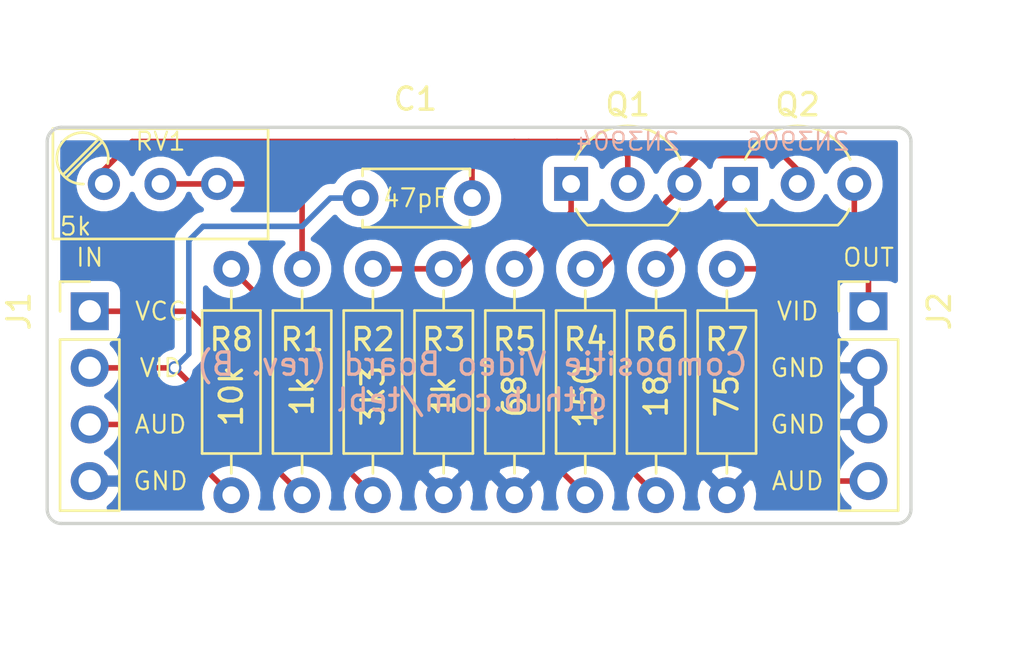
<source format=kicad_pcb>
(kicad_pcb (version 20171130) (host pcbnew "(5.1.8)-1")

  (general
    (thickness 1.6)
    (drawings 19)
    (tracks 60)
    (zones 0)
    (modules 14)
    (nets 12)
  )

  (page A4)
  (layers
    (0 F.Cu signal)
    (31 B.Cu signal)
    (32 B.Adhes user)
    (33 F.Adhes user)
    (34 B.Paste user)
    (35 F.Paste user)
    (36 B.SilkS user)
    (37 F.SilkS user)
    (38 B.Mask user)
    (39 F.Mask user)
    (40 Dwgs.User user)
    (41 Cmts.User user)
    (42 Eco1.User user)
    (43 Eco2.User user)
    (44 Edge.Cuts user)
    (45 Margin user)
    (46 B.CrtYd user)
    (47 F.CrtYd user)
    (48 B.Fab user)
    (49 F.Fab user)
  )

  (setup
    (last_trace_width 0.25)
    (trace_clearance 0.2)
    (zone_clearance 0.508)
    (zone_45_only no)
    (trace_min 0.2)
    (via_size 0.6)
    (via_drill 0.4)
    (via_min_size 0.4)
    (via_min_drill 0.3)
    (uvia_size 0.3)
    (uvia_drill 0.1)
    (uvias_allowed no)
    (uvia_min_size 0.2)
    (uvia_min_drill 0.1)
    (edge_width 0.15)
    (segment_width 0.2)
    (pcb_text_width 0.3)
    (pcb_text_size 1.5 1.5)
    (mod_edge_width 0.15)
    (mod_text_size 1 1)
    (mod_text_width 0.15)
    (pad_size 1.524 1.524)
    (pad_drill 0.762)
    (pad_to_mask_clearance 0)
    (aux_axis_origin 0 0)
    (visible_elements 7FFFFFFF)
    (pcbplotparams
      (layerselection 0x011fc_ffffffff)
      (usegerberextensions true)
      (usegerberattributes true)
      (usegerberadvancedattributes true)
      (creategerberjobfile true)
      (excludeedgelayer true)
      (linewidth 0.100000)
      (plotframeref false)
      (viasonmask false)
      (mode 1)
      (useauxorigin false)
      (hpglpennumber 1)
      (hpglpenspeed 20)
      (hpglpendiameter 15.000000)
      (psnegative false)
      (psa4output false)
      (plotreference true)
      (plotvalue true)
      (plotinvisibletext false)
      (padsonsilk false)
      (subtractmaskfromsilk false)
      (outputformat 1)
      (mirror false)
      (drillshape 0)
      (scaleselection 1)
      (outputdirectory "export/"))
  )

  (net 0 "")
  (net 1 "Net-(C1-Pad1)")
  (net 2 /VID_IN)
  (net 3 GND)
  (net 4 /AUD_IN)
  (net 5 VCC)
  (net 6 /VID_OUT)
  (net 7 /AUD_OUT)
  (net 8 "Net-(Q1-Pad2)")
  (net 9 "Net-(Q1-Pad3)")
  (net 10 "Net-(Q1-Pad1)")
  (net 11 "Net-(Q2-Pad1)")

  (net_class Default "This is the default net class."
    (clearance 0.2)
    (trace_width 0.25)
    (via_dia 0.6)
    (via_drill 0.4)
    (uvia_dia 0.3)
    (uvia_drill 0.1)
    (add_net /AUD_IN)
    (add_net /AUD_OUT)
    (add_net /VID_IN)
    (add_net /VID_OUT)
    (add_net GND)
    (add_net "Net-(C1-Pad1)")
    (add_net "Net-(Q1-Pad1)")
    (add_net "Net-(Q1-Pad2)")
    (add_net "Net-(Q1-Pad3)")
    (add_net "Net-(Q2-Pad1)")
    (add_net VCC)
  )

  (module Resistors_THT:R_Axial_DIN0207_L6.3mm_D2.5mm_P10.16mm_Horizontal (layer F.Cu) (tedit 5C65733C) (tstamp 5C1257EF)
    (at 150.495 135.255 90)
    (descr "Resistor, Axial_DIN0207 series, Axial, Horizontal, pin pitch=10.16mm, 0.25W = 1/4W, length*diameter=6.3*2.5mm^2, http://cdn-reichelt.de/documents/datenblatt/B400/1_4W%23YAG.pdf")
    (tags "Resistor Axial_DIN0207 series Axial Horizontal pin pitch 10.16mm 0.25W = 1/4W length 6.3mm diameter 2.5mm")
    (path /5C1249E5)
    (fp_text reference R3 (at 6.985 0 180) (layer F.SilkS)
      (effects (font (size 1 1) (thickness 0.15)))
    )
    (fp_text value 1k (at 4.445 0 90) (layer F.SilkS)
      (effects (font (size 1 1) (thickness 0.15)))
    )
    (fp_line (start 11.25 -1.6) (end -1.05 -1.6) (layer F.CrtYd) (width 0.05))
    (fp_line (start 11.25 1.6) (end 11.25 -1.6) (layer F.CrtYd) (width 0.05))
    (fp_line (start -1.05 1.6) (end 11.25 1.6) (layer F.CrtYd) (width 0.05))
    (fp_line (start -1.05 -1.6) (end -1.05 1.6) (layer F.CrtYd) (width 0.05))
    (fp_line (start 9.18 0) (end 8.29 0) (layer F.SilkS) (width 0.12))
    (fp_line (start 0.98 0) (end 1.87 0) (layer F.SilkS) (width 0.12))
    (fp_line (start 8.29 -1.31) (end 1.87 -1.31) (layer F.SilkS) (width 0.12))
    (fp_line (start 8.29 1.31) (end 8.29 -1.31) (layer F.SilkS) (width 0.12))
    (fp_line (start 1.87 1.31) (end 8.29 1.31) (layer F.SilkS) (width 0.12))
    (fp_line (start 1.87 -1.31) (end 1.87 1.31) (layer F.SilkS) (width 0.12))
    (fp_line (start 10.16 0) (end 8.23 0) (layer F.Fab) (width 0.1))
    (fp_line (start 0 0) (end 1.93 0) (layer F.Fab) (width 0.1))
    (fp_line (start 8.23 -1.25) (end 1.93 -1.25) (layer F.Fab) (width 0.1))
    (fp_line (start 8.23 1.25) (end 8.23 -1.25) (layer F.Fab) (width 0.1))
    (fp_line (start 1.93 1.25) (end 8.23 1.25) (layer F.Fab) (width 0.1))
    (fp_line (start 1.93 -1.25) (end 1.93 1.25) (layer F.Fab) (width 0.1))
    (pad 1 thru_hole circle (at 0 0 90) (size 1.6 1.6) (drill 0.8) (layers *.Cu *.Mask)
      (net 3 GND))
    (pad 2 thru_hole oval (at 10.16 0 90) (size 1.6 1.6) (drill 0.8) (layers *.Cu *.Mask)
      (net 8 "Net-(Q1-Pad2)"))
    (model ${KISYS3DMOD}/Resistors_THT.3dshapes/R_Axial_DIN0207_L6.3mm_D2.5mm_P10.16mm_Horizontal.wrl
      (at (xyz 0 0 0))
      (scale (xyz 0.393701 0.393701 0.393701))
      (rotate (xyz 0 0 0))
    )
  )

  (module Potentiometers:Potentiometer_Trimmer_Bourns_3296W (layer F.Cu) (tedit 5C1288B6) (tstamp 5C125877)
    (at 135.255 121.285 180)
    (descr "Spindle Trimmer Potentiometer, Bourns 3296W, https://www.bourns.com/pdfs/3296.pdf")
    (tags "Spindle Trimmer Potentiometer   Bourns 3296W")
    (path /5C1248A3)
    (fp_text reference RV1 (at -2.54 1.905 180) (layer F.SilkS)
      (effects (font (size 0.8 0.8) (thickness 0.1)))
    )
    (fp_text value 5k (at 1.27 -1.905 180) (layer F.SilkS)
      (effects (font (size 0.8 0.8) (thickness 0.1)))
    )
    (fp_line (start 2.5 -2.7) (end -7.6 -2.7) (layer F.CrtYd) (width 0.05))
    (fp_line (start 2.5 2.7) (end 2.5 -2.7) (layer F.CrtYd) (width 0.05))
    (fp_line (start -7.6 2.7) (end 2.5 2.7) (layer F.CrtYd) (width 0.05))
    (fp_line (start -7.6 -2.7) (end -7.6 2.7) (layer F.CrtYd) (width 0.05))
    (fp_line (start 1.691 0.275) (end 0.079 1.885) (layer F.SilkS) (width 0.12))
    (fp_line (start 1.831 0.416) (end 0.22 2.026) (layer F.SilkS) (width 0.12))
    (fp_line (start 2.285 -2.47) (end 2.285 2.481) (layer F.SilkS) (width 0.12))
    (fp_line (start -7.365 -2.47) (end -7.365 2.481) (layer F.SilkS) (width 0.12))
    (fp_line (start -7.365 2.481) (end 2.285 2.481) (layer F.SilkS) (width 0.12))
    (fp_line (start -7.365 -2.47) (end 2.285 -2.47) (layer F.SilkS) (width 0.12))
    (fp_line (start 1.652 0.32) (end 0.125 1.847) (layer F.Fab) (width 0.1))
    (fp_line (start 1.786 0.454) (end 0.259 1.981) (layer F.Fab) (width 0.1))
    (fp_line (start 2.225 -2.41) (end -7.305 -2.41) (layer F.Fab) (width 0.1))
    (fp_line (start 2.225 2.42) (end 2.225 -2.41) (layer F.Fab) (width 0.1))
    (fp_line (start -7.305 2.42) (end 2.225 2.42) (layer F.Fab) (width 0.1))
    (fp_line (start -7.305 -2.41) (end -7.305 2.42) (layer F.Fab) (width 0.1))
    (fp_circle (center 0.955 1.15) (end 2.05 1.15) (layer F.Fab) (width 0.1))
    (fp_arc (start 0.955 1.15) (end 0.955 2.305) (angle -182) (layer F.SilkS) (width 0.12))
    (fp_arc (start 0.955 1.15) (end -0.174 0.91) (angle -103) (layer F.SilkS) (width 0.12))
    (pad 1 thru_hole circle (at 0 0 180) (size 1.44 1.44) (drill 0.8) (layers *.Cu *.Mask)
      (net 8 "Net-(Q1-Pad2)"))
    (pad 2 thru_hole circle (at -2.54 0 180) (size 1.44 1.44) (drill 0.8) (layers *.Cu *.Mask)
      (net 1 "Net-(C1-Pad1)"))
    (pad 3 thru_hole circle (at -5.08 0 180) (size 1.44 1.44) (drill 0.8) (layers *.Cu *.Mask)
      (net 1 "Net-(C1-Pad1)"))
    (model Potentiometers.3dshapes/Potentiometer_Trimmer_Bourns_3296W.wrl
      (at (xyz 0 0 0))
      (scale (xyz 1 1 1))
      (rotate (xyz 0 0 -90))
    )
  )

  (module Capacitors_THT:C_Disc_D4.7mm_W2.5mm_P5.00mm (layer F.Cu) (tedit 5C1288E1) (tstamp 60184D2D)
    (at 151.765 121.92 180)
    (descr "C, Disc series, Radial, pin pitch=5.00mm, , diameter*width=4.7*2.5mm^2, Capacitor, http://www.vishay.com/docs/45233/krseries.pdf")
    (tags "C Disc series Radial pin pitch 5.00mm  diameter 4.7mm width 2.5mm Capacitor")
    (path /5C1247A9)
    (fp_text reference C1 (at 2.54 4.445 180) (layer F.SilkS)
      (effects (font (size 1 1) (thickness 0.15)))
    )
    (fp_text value 47pF (at 2.54 0 180) (layer F.SilkS)
      (effects (font (size 0.8 0.8) (thickness 0.1)))
    )
    (fp_line (start 6.05 -1.6) (end -1.05 -1.6) (layer F.CrtYd) (width 0.05))
    (fp_line (start 6.05 1.6) (end 6.05 -1.6) (layer F.CrtYd) (width 0.05))
    (fp_line (start -1.05 1.6) (end 6.05 1.6) (layer F.CrtYd) (width 0.05))
    (fp_line (start -1.05 -1.6) (end -1.05 1.6) (layer F.CrtYd) (width 0.05))
    (fp_line (start 4.91 0.996) (end 4.91 1.31) (layer F.SilkS) (width 0.12))
    (fp_line (start 4.91 -1.31) (end 4.91 -0.996) (layer F.SilkS) (width 0.12))
    (fp_line (start 0.09 0.996) (end 0.09 1.31) (layer F.SilkS) (width 0.12))
    (fp_line (start 0.09 -1.31) (end 0.09 -0.996) (layer F.SilkS) (width 0.12))
    (fp_line (start 0.09 1.31) (end 4.91 1.31) (layer F.SilkS) (width 0.12))
    (fp_line (start 0.09 -1.31) (end 4.91 -1.31) (layer F.SilkS) (width 0.12))
    (fp_line (start 4.85 -1.25) (end 0.15 -1.25) (layer F.Fab) (width 0.1))
    (fp_line (start 4.85 1.25) (end 4.85 -1.25) (layer F.Fab) (width 0.1))
    (fp_line (start 0.15 1.25) (end 4.85 1.25) (layer F.Fab) (width 0.1))
    (fp_line (start 0.15 -1.25) (end 0.15 1.25) (layer F.Fab) (width 0.1))
    (fp_text user %R (at 2.54 4.445 180) (layer F.Fab)
      (effects (font (size 1 1) (thickness 0.15)))
    )
    (pad 1 thru_hole circle (at 0 0 180) (size 1.6 1.6) (drill 0.8) (layers *.Cu *.Mask)
      (net 1 "Net-(C1-Pad1)"))
    (pad 2 thru_hole circle (at 5 0 180) (size 1.6 1.6) (drill 0.8) (layers *.Cu *.Mask)
      (net 2 /VID_IN))
    (model ${KISYS3DMOD}/Capacitors_THT.3dshapes/C_Disc_D4.7mm_W2.5mm_P5.00mm.wrl
      (at (xyz 0 0 0))
      (scale (xyz 1 1 1))
      (rotate (xyz 0 0 0))
    )
  )

  (module Pin_Headers:Pin_Header_Straight_1x04_Pitch2.54mm (layer F.Cu) (tedit 5C126501) (tstamp 60184BE9)
    (at 169.545 127)
    (descr "Through hole straight pin header, 1x04, 2.54mm pitch, single row")
    (tags "Through hole pin header THT 1x04 2.54mm single row")
    (path /5C1265F4)
    (fp_text reference J2 (at 3.175 0 270) (layer F.SilkS)
      (effects (font (size 1 1) (thickness 0.15)))
    )
    (fp_text value Output (at 2.54 3.81 90) (layer F.Fab)
      (effects (font (size 1 1) (thickness 0.15)))
    )
    (fp_line (start 1.8 -1.8) (end -1.8 -1.8) (layer F.CrtYd) (width 0.05))
    (fp_line (start 1.8 9.4) (end 1.8 -1.8) (layer F.CrtYd) (width 0.05))
    (fp_line (start -1.8 9.4) (end 1.8 9.4) (layer F.CrtYd) (width 0.05))
    (fp_line (start -1.8 -1.8) (end -1.8 9.4) (layer F.CrtYd) (width 0.05))
    (fp_line (start -1.33 -1.33) (end 0 -1.33) (layer F.SilkS) (width 0.12))
    (fp_line (start -1.33 0) (end -1.33 -1.33) (layer F.SilkS) (width 0.12))
    (fp_line (start -1.33 1.27) (end 1.33 1.27) (layer F.SilkS) (width 0.12))
    (fp_line (start 1.33 1.27) (end 1.33 8.95) (layer F.SilkS) (width 0.12))
    (fp_line (start -1.33 1.27) (end -1.33 8.95) (layer F.SilkS) (width 0.12))
    (fp_line (start -1.33 8.95) (end 1.33 8.95) (layer F.SilkS) (width 0.12))
    (fp_line (start -1.27 -0.635) (end -0.635 -1.27) (layer F.Fab) (width 0.1))
    (fp_line (start -1.27 8.89) (end -1.27 -0.635) (layer F.Fab) (width 0.1))
    (fp_line (start 1.27 8.89) (end -1.27 8.89) (layer F.Fab) (width 0.1))
    (fp_line (start 1.27 -1.27) (end 1.27 8.89) (layer F.Fab) (width 0.1))
    (fp_line (start -0.635 -1.27) (end 1.27 -1.27) (layer F.Fab) (width 0.1))
    (fp_text user %R (at 2.54 0 270) (layer F.Fab)
      (effects (font (size 1 1) (thickness 0.15)))
    )
    (pad 1 thru_hole rect (at 0 0) (size 1.7 1.7) (drill 1) (layers *.Cu *.Mask)
      (net 6 /VID_OUT))
    (pad 2 thru_hole oval (at 0 2.54) (size 1.7 1.7) (drill 1) (layers *.Cu *.Mask)
      (net 3 GND))
    (pad 3 thru_hole oval (at 0 5.08) (size 1.7 1.7) (drill 1) (layers *.Cu *.Mask)
      (net 3 GND))
    (pad 4 thru_hole oval (at 0 7.62) (size 1.7 1.7) (drill 1) (layers *.Cu *.Mask)
      (net 7 /AUD_OUT))
    (model ${KISYS3DMOD}/Pin_Headers.3dshapes/Pin_Header_Straight_1x04_Pitch2.54mm.wrl
      (at (xyz 0 0 0))
      (scale (xyz 1 1 1))
      (rotate (xyz 0 0 0))
    )
  )

  (module TO_SOT_Packages_THT:TO-92_Inline_Wide (layer F.Cu) (tedit 5C1287F7) (tstamp 5C125799)
    (at 156.21 121.285)
    (descr "TO-92 leads in-line, wide, drill 0.8mm (see NXP sot054_po.pdf)")
    (tags "to-92 sc-43 sc-43a sot54 PA33 transistor")
    (path /5C124B77)
    (fp_text reference Q1 (at 2.54 -3.56 180) (layer F.SilkS)
      (effects (font (size 1 1) (thickness 0.15)))
    )
    (fp_text value 2N3904 (at 2.54 -1.905) (layer B.SilkS)
      (effects (font (size 0.8 0.8) (thickness 0.1)) (justify mirror))
    )
    (fp_line (start 6.09 2.01) (end -1.01 2.01) (layer F.CrtYd) (width 0.05))
    (fp_line (start 6.09 2.01) (end 6.09 -2.73) (layer F.CrtYd) (width 0.05))
    (fp_line (start -1.01 -2.73) (end -1.01 2.01) (layer F.CrtYd) (width 0.05))
    (fp_line (start -1.01 -2.73) (end 6.09 -2.73) (layer F.CrtYd) (width 0.05))
    (fp_line (start 0.8 1.75) (end 4.3 1.75) (layer F.Fab) (width 0.1))
    (fp_line (start 0.74 1.85) (end 4.34 1.85) (layer F.SilkS) (width 0.12))
    (fp_text user %R (at 2.54 -3.56 180) (layer F.Fab)
      (effects (font (size 1 1) (thickness 0.15)))
    )
    (fp_arc (start 2.54 0) (end 0.74 1.85) (angle 20) (layer F.SilkS) (width 0.12))
    (fp_arc (start 2.54 0) (end 2.54 -2.6) (angle -65) (layer F.SilkS) (width 0.12))
    (fp_arc (start 2.54 0) (end 2.54 -2.6) (angle 65) (layer F.SilkS) (width 0.12))
    (fp_arc (start 2.54 0) (end 2.54 -2.48) (angle 135) (layer F.Fab) (width 0.1))
    (fp_arc (start 2.54 0) (end 2.54 -2.48) (angle -135) (layer F.Fab) (width 0.1))
    (fp_arc (start 2.54 0) (end 4.34 1.85) (angle -20) (layer F.SilkS) (width 0.12))
    (pad 2 thru_hole circle (at 2.54 0 90) (size 1.52 1.52) (drill 0.8) (layers *.Cu *.Mask)
      (net 8 "Net-(Q1-Pad2)"))
    (pad 3 thru_hole circle (at 5.08 0 90) (size 1.52 1.52) (drill 0.8) (layers *.Cu *.Mask)
      (net 9 "Net-(Q1-Pad3)"))
    (pad 1 thru_hole rect (at 0 0 90) (size 1.52 1.52) (drill 0.8) (layers *.Cu *.Mask)
      (net 10 "Net-(Q1-Pad1)"))
    (model ${KISYS3DMOD}/TO_SOT_Packages_THT.3dshapes/TO-92_Inline_Wide.wrl
      (offset (xyz 2.539999961853027 0 0))
      (scale (xyz 1 1 1))
      (rotate (xyz 0 0 -90))
    )
  )

  (module TO_SOT_Packages_THT:TO-92_Inline_Wide (layer F.Cu) (tedit 5C1287EF) (tstamp 5C1257AD)
    (at 163.83 121.285)
    (descr "TO-92 leads in-line, wide, drill 0.8mm (see NXP sot054_po.pdf)")
    (tags "to-92 sc-43 sc-43a sot54 PA33 transistor")
    (path /5C1251E5)
    (fp_text reference Q2 (at 2.54 -3.56 180) (layer F.SilkS)
      (effects (font (size 1 1) (thickness 0.15)))
    )
    (fp_text value 2N3906 (at 2.54 -1.905) (layer B.SilkS)
      (effects (font (size 0.8 0.8) (thickness 0.1)) (justify mirror))
    )
    (fp_line (start 6.09 2.01) (end -1.01 2.01) (layer F.CrtYd) (width 0.05))
    (fp_line (start 6.09 2.01) (end 6.09 -2.73) (layer F.CrtYd) (width 0.05))
    (fp_line (start -1.01 -2.73) (end -1.01 2.01) (layer F.CrtYd) (width 0.05))
    (fp_line (start -1.01 -2.73) (end 6.09 -2.73) (layer F.CrtYd) (width 0.05))
    (fp_line (start 0.8 1.75) (end 4.3 1.75) (layer F.Fab) (width 0.1))
    (fp_line (start 0.74 1.85) (end 4.34 1.85) (layer F.SilkS) (width 0.12))
    (fp_text user %R (at 2.54 -3.56 180) (layer F.Fab)
      (effects (font (size 1 1) (thickness 0.15)))
    )
    (fp_arc (start 2.54 0) (end 0.74 1.85) (angle 20) (layer F.SilkS) (width 0.12))
    (fp_arc (start 2.54 0) (end 2.54 -2.6) (angle -65) (layer F.SilkS) (width 0.12))
    (fp_arc (start 2.54 0) (end 2.54 -2.6) (angle 65) (layer F.SilkS) (width 0.12))
    (fp_arc (start 2.54 0) (end 2.54 -2.48) (angle 135) (layer F.Fab) (width 0.1))
    (fp_arc (start 2.54 0) (end 2.54 -2.48) (angle -135) (layer F.Fab) (width 0.1))
    (fp_arc (start 2.54 0) (end 4.34 1.85) (angle -20) (layer F.SilkS) (width 0.12))
    (pad 2 thru_hole circle (at 2.54 0 90) (size 1.52 1.52) (drill 0.8) (layers *.Cu *.Mask)
      (net 9 "Net-(Q1-Pad3)"))
    (pad 3 thru_hole circle (at 5.08 0 90) (size 1.52 1.52) (drill 0.8) (layers *.Cu *.Mask)
      (net 6 /VID_OUT))
    (pad 1 thru_hole rect (at 0 0 90) (size 1.52 1.52) (drill 0.8) (layers *.Cu *.Mask)
      (net 11 "Net-(Q2-Pad1)"))
    (model ${KISYS3DMOD}/TO_SOT_Packages_THT.3dshapes/TO-92_Inline_Wide.wrl
      (offset (xyz 2.539999961853027 0 0))
      (scale (xyz 1 1 1))
      (rotate (xyz 0 0 -90))
    )
  )

  (module Resistors_THT:R_Axial_DIN0207_L6.3mm_D2.5mm_P10.16mm_Horizontal (layer F.Cu) (tedit 5C657332) (tstamp 5C1257C3)
    (at 144.145 135.255 90)
    (descr "Resistor, Axial_DIN0207 series, Axial, Horizontal, pin pitch=10.16mm, 0.25W = 1/4W, length*diameter=6.3*2.5mm^2, http://cdn-reichelt.de/documents/datenblatt/B400/1_4W%23YAG.pdf")
    (tags "Resistor Axial_DIN0207 series Axial Horizontal pin pitch 10.16mm 0.25W = 1/4W length 6.3mm diameter 2.5mm")
    (path /5C1247F7)
    (fp_text reference R1 (at 6.985 0 180) (layer F.SilkS)
      (effects (font (size 1 1) (thickness 0.15)))
    )
    (fp_text value 1k (at 4.445 0 90) (layer F.SilkS)
      (effects (font (size 1 1) (thickness 0.15)))
    )
    (fp_line (start 11.25 -1.6) (end -1.05 -1.6) (layer F.CrtYd) (width 0.05))
    (fp_line (start 11.25 1.6) (end 11.25 -1.6) (layer F.CrtYd) (width 0.05))
    (fp_line (start -1.05 1.6) (end 11.25 1.6) (layer F.CrtYd) (width 0.05))
    (fp_line (start -1.05 -1.6) (end -1.05 1.6) (layer F.CrtYd) (width 0.05))
    (fp_line (start 9.18 0) (end 8.29 0) (layer F.SilkS) (width 0.12))
    (fp_line (start 0.98 0) (end 1.87 0) (layer F.SilkS) (width 0.12))
    (fp_line (start 8.29 -1.31) (end 1.87 -1.31) (layer F.SilkS) (width 0.12))
    (fp_line (start 8.29 1.31) (end 8.29 -1.31) (layer F.SilkS) (width 0.12))
    (fp_line (start 1.87 1.31) (end 8.29 1.31) (layer F.SilkS) (width 0.12))
    (fp_line (start 1.87 -1.31) (end 1.87 1.31) (layer F.SilkS) (width 0.12))
    (fp_line (start 10.16 0) (end 8.23 0) (layer F.Fab) (width 0.1))
    (fp_line (start 0 0) (end 1.93 0) (layer F.Fab) (width 0.1))
    (fp_line (start 8.23 -1.25) (end 1.93 -1.25) (layer F.Fab) (width 0.1))
    (fp_line (start 8.23 1.25) (end 8.23 -1.25) (layer F.Fab) (width 0.1))
    (fp_line (start 1.93 1.25) (end 8.23 1.25) (layer F.Fab) (width 0.1))
    (fp_line (start 1.93 -1.25) (end 1.93 1.25) (layer F.Fab) (width 0.1))
    (pad 1 thru_hole circle (at 0 0 90) (size 1.6 1.6) (drill 0.8) (layers *.Cu *.Mask)
      (net 2 /VID_IN))
    (pad 2 thru_hole oval (at 10.16 0 90) (size 1.6 1.6) (drill 0.8) (layers *.Cu *.Mask)
      (net 1 "Net-(C1-Pad1)"))
    (model ${KISYS3DMOD}/Resistors_THT.3dshapes/R_Axial_DIN0207_L6.3mm_D2.5mm_P10.16mm_Horizontal.wrl
      (at (xyz 0 0 0))
      (scale (xyz 0.393701 0.393701 0.393701))
      (rotate (xyz 0 0 0))
    )
  )

  (module Resistors_THT:R_Axial_DIN0207_L6.3mm_D2.5mm_P10.16mm_Horizontal (layer F.Cu) (tedit 5C657337) (tstamp 5C1257D9)
    (at 147.32 135.255 90)
    (descr "Resistor, Axial_DIN0207 series, Axial, Horizontal, pin pitch=10.16mm, 0.25W = 1/4W, length*diameter=6.3*2.5mm^2, http://cdn-reichelt.de/documents/datenblatt/B400/1_4W%23YAG.pdf")
    (tags "Resistor Axial_DIN0207 series Axial Horizontal pin pitch 10.16mm 0.25W = 1/4W length 6.3mm diameter 2.5mm")
    (path /5C12499D)
    (fp_text reference R2 (at 6.985 0 180) (layer F.SilkS)
      (effects (font (size 1 1) (thickness 0.15)))
    )
    (fp_text value 3k3 (at 4.445 0 90) (layer F.SilkS)
      (effects (font (size 1 1) (thickness 0.15)))
    )
    (fp_line (start 11.25 -1.6) (end -1.05 -1.6) (layer F.CrtYd) (width 0.05))
    (fp_line (start 11.25 1.6) (end 11.25 -1.6) (layer F.CrtYd) (width 0.05))
    (fp_line (start -1.05 1.6) (end 11.25 1.6) (layer F.CrtYd) (width 0.05))
    (fp_line (start -1.05 -1.6) (end -1.05 1.6) (layer F.CrtYd) (width 0.05))
    (fp_line (start 9.18 0) (end 8.29 0) (layer F.SilkS) (width 0.12))
    (fp_line (start 0.98 0) (end 1.87 0) (layer F.SilkS) (width 0.12))
    (fp_line (start 8.29 -1.31) (end 1.87 -1.31) (layer F.SilkS) (width 0.12))
    (fp_line (start 8.29 1.31) (end 8.29 -1.31) (layer F.SilkS) (width 0.12))
    (fp_line (start 1.87 1.31) (end 8.29 1.31) (layer F.SilkS) (width 0.12))
    (fp_line (start 1.87 -1.31) (end 1.87 1.31) (layer F.SilkS) (width 0.12))
    (fp_line (start 10.16 0) (end 8.23 0) (layer F.Fab) (width 0.1))
    (fp_line (start 0 0) (end 1.93 0) (layer F.Fab) (width 0.1))
    (fp_line (start 8.23 -1.25) (end 1.93 -1.25) (layer F.Fab) (width 0.1))
    (fp_line (start 8.23 1.25) (end 8.23 -1.25) (layer F.Fab) (width 0.1))
    (fp_line (start 1.93 1.25) (end 8.23 1.25) (layer F.Fab) (width 0.1))
    (fp_line (start 1.93 -1.25) (end 1.93 1.25) (layer F.Fab) (width 0.1))
    (pad 1 thru_hole circle (at 0 0 90) (size 1.6 1.6) (drill 0.8) (layers *.Cu *.Mask)
      (net 5 VCC))
    (pad 2 thru_hole oval (at 10.16 0 90) (size 1.6 1.6) (drill 0.8) (layers *.Cu *.Mask)
      (net 8 "Net-(Q1-Pad2)"))
    (model ${KISYS3DMOD}/Resistors_THT.3dshapes/R_Axial_DIN0207_L6.3mm_D2.5mm_P10.16mm_Horizontal.wrl
      (at (xyz 0 0 0))
      (scale (xyz 0.393701 0.393701 0.393701))
      (rotate (xyz 0 0 0))
    )
  )

  (module Resistors_THT:R_Axial_DIN0207_L6.3mm_D2.5mm_P10.16mm_Horizontal (layer F.Cu) (tedit 5C657347) (tstamp 5C125805)
    (at 156.845 135.255 90)
    (descr "Resistor, Axial_DIN0207 series, Axial, Horizontal, pin pitch=10.16mm, 0.25W = 1/4W, length*diameter=6.3*2.5mm^2, http://cdn-reichelt.de/documents/datenblatt/B400/1_4W%23YAG.pdf")
    (tags "Resistor Axial_DIN0207 series Axial Horizontal pin pitch 10.16mm 0.25W = 1/4W length 6.3mm diameter 2.5mm")
    (path /5C124C99)
    (fp_text reference R4 (at 6.985 0 180) (layer F.SilkS)
      (effects (font (size 1 1) (thickness 0.15)))
    )
    (fp_text value 150 (at 4.445 0 90) (layer F.SilkS)
      (effects (font (size 1 1) (thickness 0.15)))
    )
    (fp_line (start 11.25 -1.6) (end -1.05 -1.6) (layer F.CrtYd) (width 0.05))
    (fp_line (start 11.25 1.6) (end 11.25 -1.6) (layer F.CrtYd) (width 0.05))
    (fp_line (start -1.05 1.6) (end 11.25 1.6) (layer F.CrtYd) (width 0.05))
    (fp_line (start -1.05 -1.6) (end -1.05 1.6) (layer F.CrtYd) (width 0.05))
    (fp_line (start 9.18 0) (end 8.29 0) (layer F.SilkS) (width 0.12))
    (fp_line (start 0.98 0) (end 1.87 0) (layer F.SilkS) (width 0.12))
    (fp_line (start 8.29 -1.31) (end 1.87 -1.31) (layer F.SilkS) (width 0.12))
    (fp_line (start 8.29 1.31) (end 8.29 -1.31) (layer F.SilkS) (width 0.12))
    (fp_line (start 1.87 1.31) (end 8.29 1.31) (layer F.SilkS) (width 0.12))
    (fp_line (start 1.87 -1.31) (end 1.87 1.31) (layer F.SilkS) (width 0.12))
    (fp_line (start 10.16 0) (end 8.23 0) (layer F.Fab) (width 0.1))
    (fp_line (start 0 0) (end 1.93 0) (layer F.Fab) (width 0.1))
    (fp_line (start 8.23 -1.25) (end 1.93 -1.25) (layer F.Fab) (width 0.1))
    (fp_line (start 8.23 1.25) (end 8.23 -1.25) (layer F.Fab) (width 0.1))
    (fp_line (start 1.93 1.25) (end 8.23 1.25) (layer F.Fab) (width 0.1))
    (fp_line (start 1.93 -1.25) (end 1.93 1.25) (layer F.Fab) (width 0.1))
    (pad 1 thru_hole circle (at 0 0 90) (size 1.6 1.6) (drill 0.8) (layers *.Cu *.Mask)
      (net 5 VCC))
    (pad 2 thru_hole oval (at 10.16 0 90) (size 1.6 1.6) (drill 0.8) (layers *.Cu *.Mask)
      (net 9 "Net-(Q1-Pad3)"))
    (model ${KISYS3DMOD}/Resistors_THT.3dshapes/R_Axial_DIN0207_L6.3mm_D2.5mm_P10.16mm_Horizontal.wrl
      (at (xyz 0 0 0))
      (scale (xyz 0.393701 0.393701 0.393701))
      (rotate (xyz 0 0 0))
    )
  )

  (module Resistors_THT:R_Axial_DIN0207_L6.3mm_D2.5mm_P10.16mm_Horizontal (layer F.Cu) (tedit 5C657342) (tstamp 5C12581B)
    (at 153.67 135.255 90)
    (descr "Resistor, Axial_DIN0207 series, Axial, Horizontal, pin pitch=10.16mm, 0.25W = 1/4W, length*diameter=6.3*2.5mm^2, http://cdn-reichelt.de/documents/datenblatt/B400/1_4W%23YAG.pdf")
    (tags "Resistor Axial_DIN0207 series Axial Horizontal pin pitch 10.16mm 0.25W = 1/4W length 6.3mm diameter 2.5mm")
    (path /5C124D36)
    (fp_text reference R5 (at 6.985 0 180) (layer F.SilkS)
      (effects (font (size 1 1) (thickness 0.15)))
    )
    (fp_text value 68 (at 4.445 0 90) (layer F.SilkS)
      (effects (font (size 1 1) (thickness 0.15)))
    )
    (fp_line (start 11.25 -1.6) (end -1.05 -1.6) (layer F.CrtYd) (width 0.05))
    (fp_line (start 11.25 1.6) (end 11.25 -1.6) (layer F.CrtYd) (width 0.05))
    (fp_line (start -1.05 1.6) (end 11.25 1.6) (layer F.CrtYd) (width 0.05))
    (fp_line (start -1.05 -1.6) (end -1.05 1.6) (layer F.CrtYd) (width 0.05))
    (fp_line (start 9.18 0) (end 8.29 0) (layer F.SilkS) (width 0.12))
    (fp_line (start 0.98 0) (end 1.87 0) (layer F.SilkS) (width 0.12))
    (fp_line (start 8.29 -1.31) (end 1.87 -1.31) (layer F.SilkS) (width 0.12))
    (fp_line (start 8.29 1.31) (end 8.29 -1.31) (layer F.SilkS) (width 0.12))
    (fp_line (start 1.87 1.31) (end 8.29 1.31) (layer F.SilkS) (width 0.12))
    (fp_line (start 1.87 -1.31) (end 1.87 1.31) (layer F.SilkS) (width 0.12))
    (fp_line (start 10.16 0) (end 8.23 0) (layer F.Fab) (width 0.1))
    (fp_line (start 0 0) (end 1.93 0) (layer F.Fab) (width 0.1))
    (fp_line (start 8.23 -1.25) (end 1.93 -1.25) (layer F.Fab) (width 0.1))
    (fp_line (start 8.23 1.25) (end 8.23 -1.25) (layer F.Fab) (width 0.1))
    (fp_line (start 1.93 1.25) (end 8.23 1.25) (layer F.Fab) (width 0.1))
    (fp_line (start 1.93 -1.25) (end 1.93 1.25) (layer F.Fab) (width 0.1))
    (pad 1 thru_hole circle (at 0 0 90) (size 1.6 1.6) (drill 0.8) (layers *.Cu *.Mask)
      (net 3 GND))
    (pad 2 thru_hole oval (at 10.16 0 90) (size 1.6 1.6) (drill 0.8) (layers *.Cu *.Mask)
      (net 10 "Net-(Q1-Pad1)"))
    (model ${KISYS3DMOD}/Resistors_THT.3dshapes/R_Axial_DIN0207_L6.3mm_D2.5mm_P10.16mm_Horizontal.wrl
      (at (xyz 0 0 0))
      (scale (xyz 0.393701 0.393701 0.393701))
      (rotate (xyz 0 0 0))
    )
  )

  (module Resistors_THT:R_Axial_DIN0207_L6.3mm_D2.5mm_P10.16mm_Horizontal (layer F.Cu) (tedit 5C65734C) (tstamp 5C125831)
    (at 160.02 135.255 90)
    (descr "Resistor, Axial_DIN0207 series, Axial, Horizontal, pin pitch=10.16mm, 0.25W = 1/4W, length*diameter=6.3*2.5mm^2, http://cdn-reichelt.de/documents/datenblatt/B400/1_4W%23YAG.pdf")
    (tags "Resistor Axial_DIN0207 series Axial Horizontal pin pitch 10.16mm 0.25W = 1/4W length 6.3mm diameter 2.5mm")
    (path /5C1254CA)
    (fp_text reference R6 (at 6.985 0 180) (layer F.SilkS)
      (effects (font (size 1 1) (thickness 0.15)))
    )
    (fp_text value 18 (at 4.445 0 90) (layer F.SilkS)
      (effects (font (size 1 1) (thickness 0.15)))
    )
    (fp_line (start 11.25 -1.6) (end -1.05 -1.6) (layer F.CrtYd) (width 0.05))
    (fp_line (start 11.25 1.6) (end 11.25 -1.6) (layer F.CrtYd) (width 0.05))
    (fp_line (start -1.05 1.6) (end 11.25 1.6) (layer F.CrtYd) (width 0.05))
    (fp_line (start -1.05 -1.6) (end -1.05 1.6) (layer F.CrtYd) (width 0.05))
    (fp_line (start 9.18 0) (end 8.29 0) (layer F.SilkS) (width 0.12))
    (fp_line (start 0.98 0) (end 1.87 0) (layer F.SilkS) (width 0.12))
    (fp_line (start 8.29 -1.31) (end 1.87 -1.31) (layer F.SilkS) (width 0.12))
    (fp_line (start 8.29 1.31) (end 8.29 -1.31) (layer F.SilkS) (width 0.12))
    (fp_line (start 1.87 1.31) (end 8.29 1.31) (layer F.SilkS) (width 0.12))
    (fp_line (start 1.87 -1.31) (end 1.87 1.31) (layer F.SilkS) (width 0.12))
    (fp_line (start 10.16 0) (end 8.23 0) (layer F.Fab) (width 0.1))
    (fp_line (start 0 0) (end 1.93 0) (layer F.Fab) (width 0.1))
    (fp_line (start 8.23 -1.25) (end 1.93 -1.25) (layer F.Fab) (width 0.1))
    (fp_line (start 8.23 1.25) (end 8.23 -1.25) (layer F.Fab) (width 0.1))
    (fp_line (start 1.93 1.25) (end 8.23 1.25) (layer F.Fab) (width 0.1))
    (fp_line (start 1.93 -1.25) (end 1.93 1.25) (layer F.Fab) (width 0.1))
    (pad 1 thru_hole circle (at 0 0 90) (size 1.6 1.6) (drill 0.8) (layers *.Cu *.Mask)
      (net 5 VCC))
    (pad 2 thru_hole oval (at 10.16 0 90) (size 1.6 1.6) (drill 0.8) (layers *.Cu *.Mask)
      (net 11 "Net-(Q2-Pad1)"))
    (model ${KISYS3DMOD}/Resistors_THT.3dshapes/R_Axial_DIN0207_L6.3mm_D2.5mm_P10.16mm_Horizontal.wrl
      (at (xyz 0 0 0))
      (scale (xyz 0.393701 0.393701 0.393701))
      (rotate (xyz 0 0 0))
    )
  )

  (module Resistors_THT:R_Axial_DIN0207_L6.3mm_D2.5mm_P10.16mm_Horizontal (layer F.Cu) (tedit 5C657351) (tstamp 5C125847)
    (at 163.195 135.255 90)
    (descr "Resistor, Axial_DIN0207 series, Axial, Horizontal, pin pitch=10.16mm, 0.25W = 1/4W, length*diameter=6.3*2.5mm^2, http://cdn-reichelt.de/documents/datenblatt/B400/1_4W%23YAG.pdf")
    (tags "Resistor Axial_DIN0207 series Axial Horizontal pin pitch 10.16mm 0.25W = 1/4W length 6.3mm diameter 2.5mm")
    (path /5C125747)
    (fp_text reference R7 (at 6.985 0 180) (layer F.SilkS)
      (effects (font (size 1 1) (thickness 0.15)))
    )
    (fp_text value 75 (at 4.445 0 90) (layer F.SilkS)
      (effects (font (size 1 1) (thickness 0.15)))
    )
    (fp_line (start 11.25 -1.6) (end -1.05 -1.6) (layer F.CrtYd) (width 0.05))
    (fp_line (start 11.25 1.6) (end 11.25 -1.6) (layer F.CrtYd) (width 0.05))
    (fp_line (start -1.05 1.6) (end 11.25 1.6) (layer F.CrtYd) (width 0.05))
    (fp_line (start -1.05 -1.6) (end -1.05 1.6) (layer F.CrtYd) (width 0.05))
    (fp_line (start 9.18 0) (end 8.29 0) (layer F.SilkS) (width 0.12))
    (fp_line (start 0.98 0) (end 1.87 0) (layer F.SilkS) (width 0.12))
    (fp_line (start 8.29 -1.31) (end 1.87 -1.31) (layer F.SilkS) (width 0.12))
    (fp_line (start 8.29 1.31) (end 8.29 -1.31) (layer F.SilkS) (width 0.12))
    (fp_line (start 1.87 1.31) (end 8.29 1.31) (layer F.SilkS) (width 0.12))
    (fp_line (start 1.87 -1.31) (end 1.87 1.31) (layer F.SilkS) (width 0.12))
    (fp_line (start 10.16 0) (end 8.23 0) (layer F.Fab) (width 0.1))
    (fp_line (start 0 0) (end 1.93 0) (layer F.Fab) (width 0.1))
    (fp_line (start 8.23 -1.25) (end 1.93 -1.25) (layer F.Fab) (width 0.1))
    (fp_line (start 8.23 1.25) (end 8.23 -1.25) (layer F.Fab) (width 0.1))
    (fp_line (start 1.93 1.25) (end 8.23 1.25) (layer F.Fab) (width 0.1))
    (fp_line (start 1.93 -1.25) (end 1.93 1.25) (layer F.Fab) (width 0.1))
    (pad 1 thru_hole circle (at 0 0 90) (size 1.6 1.6) (drill 0.8) (layers *.Cu *.Mask)
      (net 3 GND))
    (pad 2 thru_hole oval (at 10.16 0 90) (size 1.6 1.6) (drill 0.8) (layers *.Cu *.Mask)
      (net 6 /VID_OUT))
    (model ${KISYS3DMOD}/Resistors_THT.3dshapes/R_Axial_DIN0207_L6.3mm_D2.5mm_P10.16mm_Horizontal.wrl
      (at (xyz 0 0 0))
      (scale (xyz 0.393701 0.393701 0.393701))
      (rotate (xyz 0 0 0))
    )
  )

  (module Resistors_THT:R_Axial_DIN0207_L6.3mm_D2.5mm_P10.16mm_Horizontal (layer F.Cu) (tedit 5C65732B) (tstamp 60184811)
    (at 140.97 135.255 90)
    (descr "Resistor, Axial_DIN0207 series, Axial, Horizontal, pin pitch=10.16mm, 0.25W = 1/4W, length*diameter=6.3*2.5mm^2, http://cdn-reichelt.de/documents/datenblatt/B400/1_4W%23YAG.pdf")
    (tags "Resistor Axial_DIN0207 series Axial Horizontal pin pitch 10.16mm 0.25W = 1/4W length 6.3mm diameter 2.5mm")
    (path /5C12628A)
    (fp_text reference R8 (at 6.985 0 180) (layer F.SilkS)
      (effects (font (size 1 1) (thickness 0.15)))
    )
    (fp_text value 10k (at 4.445 0 90) (layer F.SilkS)
      (effects (font (size 1 1) (thickness 0.15)))
    )
    (fp_line (start 11.25 -1.6) (end -1.05 -1.6) (layer F.CrtYd) (width 0.05))
    (fp_line (start 11.25 1.6) (end 11.25 -1.6) (layer F.CrtYd) (width 0.05))
    (fp_line (start -1.05 1.6) (end 11.25 1.6) (layer F.CrtYd) (width 0.05))
    (fp_line (start -1.05 -1.6) (end -1.05 1.6) (layer F.CrtYd) (width 0.05))
    (fp_line (start 9.18 0) (end 8.29 0) (layer F.SilkS) (width 0.12))
    (fp_line (start 0.98 0) (end 1.87 0) (layer F.SilkS) (width 0.12))
    (fp_line (start 8.29 -1.31) (end 1.87 -1.31) (layer F.SilkS) (width 0.12))
    (fp_line (start 8.29 1.31) (end 8.29 -1.31) (layer F.SilkS) (width 0.12))
    (fp_line (start 1.87 1.31) (end 8.29 1.31) (layer F.SilkS) (width 0.12))
    (fp_line (start 1.87 -1.31) (end 1.87 1.31) (layer F.SilkS) (width 0.12))
    (fp_line (start 10.16 0) (end 8.23 0) (layer F.Fab) (width 0.1))
    (fp_line (start 0 0) (end 1.93 0) (layer F.Fab) (width 0.1))
    (fp_line (start 8.23 -1.25) (end 1.93 -1.25) (layer F.Fab) (width 0.1))
    (fp_line (start 8.23 1.25) (end 8.23 -1.25) (layer F.Fab) (width 0.1))
    (fp_line (start 1.93 1.25) (end 8.23 1.25) (layer F.Fab) (width 0.1))
    (fp_line (start 1.93 -1.25) (end 1.93 1.25) (layer F.Fab) (width 0.1))
    (pad 1 thru_hole circle (at 0 0 90) (size 1.6 1.6) (drill 0.8) (layers *.Cu *.Mask)
      (net 4 /AUD_IN))
    (pad 2 thru_hole oval (at 10.16 0 90) (size 1.6 1.6) (drill 0.8) (layers *.Cu *.Mask)
      (net 7 /AUD_OUT))
    (model ${KISYS3DMOD}/Resistors_THT.3dshapes/R_Axial_DIN0207_L6.3mm_D2.5mm_P10.16mm_Horizontal.wrl
      (at (xyz 0 0 0))
      (scale (xyz 0.393701 0.393701 0.393701))
      (rotate (xyz 0 0 0))
    )
  )

  (module Pin_Headers:Pin_Header_Straight_1x04_Pitch2.54mm (layer F.Cu) (tedit 5C1264EE) (tstamp 5C126131)
    (at 134.62 127)
    (descr "Through hole straight pin header, 1x04, 2.54mm pitch, single row")
    (tags "Through hole pin header THT 1x04 2.54mm single row")
    (path /5C129CEB)
    (fp_text reference J1 (at -3.175 0 90) (layer F.SilkS)
      (effects (font (size 1 1) (thickness 0.15)))
    )
    (fp_text value Video (at -3.175 3.81 90) (layer F.Fab)
      (effects (font (size 1 1) (thickness 0.15)))
    )
    (fp_line (start 1.8 -1.8) (end -1.8 -1.8) (layer F.CrtYd) (width 0.05))
    (fp_line (start 1.8 9.4) (end 1.8 -1.8) (layer F.CrtYd) (width 0.05))
    (fp_line (start -1.8 9.4) (end 1.8 9.4) (layer F.CrtYd) (width 0.05))
    (fp_line (start -1.8 -1.8) (end -1.8 9.4) (layer F.CrtYd) (width 0.05))
    (fp_line (start -1.33 -1.33) (end 0 -1.33) (layer F.SilkS) (width 0.12))
    (fp_line (start -1.33 0) (end -1.33 -1.33) (layer F.SilkS) (width 0.12))
    (fp_line (start -1.33 1.27) (end 1.33 1.27) (layer F.SilkS) (width 0.12))
    (fp_line (start 1.33 1.27) (end 1.33 8.95) (layer F.SilkS) (width 0.12))
    (fp_line (start -1.33 1.27) (end -1.33 8.95) (layer F.SilkS) (width 0.12))
    (fp_line (start -1.33 8.95) (end 1.33 8.95) (layer F.SilkS) (width 0.12))
    (fp_line (start -1.27 -0.635) (end -0.635 -1.27) (layer F.Fab) (width 0.1))
    (fp_line (start -1.27 8.89) (end -1.27 -0.635) (layer F.Fab) (width 0.1))
    (fp_line (start 1.27 8.89) (end -1.27 8.89) (layer F.Fab) (width 0.1))
    (fp_line (start 1.27 -1.27) (end 1.27 8.89) (layer F.Fab) (width 0.1))
    (fp_line (start -0.635 -1.27) (end 1.27 -1.27) (layer F.Fab) (width 0.1))
    (fp_text user %R (at -3.175 0 270) (layer F.Fab)
      (effects (font (size 1 1) (thickness 0.15)))
    )
    (pad 1 thru_hole rect (at 0 0) (size 1.7 1.7) (drill 1) (layers *.Cu *.Mask)
      (net 5 VCC))
    (pad 2 thru_hole oval (at 0 2.54) (size 1.7 1.7) (drill 1) (layers *.Cu *.Mask)
      (net 2 /VID_IN))
    (pad 3 thru_hole oval (at 0 5.08) (size 1.7 1.7) (drill 1) (layers *.Cu *.Mask)
      (net 4 /AUD_IN))
    (pad 4 thru_hole oval (at 0 7.62) (size 1.7 1.7) (drill 1) (layers *.Cu *.Mask)
      (net 3 GND))
    (model ${KISYS3DMOD}/Pin_Headers.3dshapes/Pin_Header_Straight_1x04_Pitch2.54mm.wrl
      (at (xyz 0 0 0))
      (scale (xyz 1 1 1))
      (rotate (xyz 0 0 0))
    )
  )

  (gr_text GND (at 166.37 132.08) (layer F.SilkS) (tstamp 60184A8D)
    (effects (font (size 0.8 0.8) (thickness 0.1)))
  )
  (gr_arc (start 170.815 135.89) (end 170.815 136.525) (angle -90) (layer Edge.Cuts) (width 0.15) (tstamp 601849E5))
  (gr_arc (start 170.815 119.38) (end 171.45 119.38) (angle -90) (layer Edge.Cuts) (width 0.15) (tstamp 601849E5))
  (gr_arc (start 133.35 119.38) (end 133.35 118.745) (angle -90) (layer Edge.Cuts) (width 0.15) (tstamp 601849E5))
  (gr_arc (start 133.35 135.89) (end 132.715 135.89) (angle -90) (layer Edge.Cuts) (width 0.15))
  (gr_text OUT (at 169.545 124.587) (layer F.SilkS) (tstamp 60184842)
    (effects (font (size 0.8 0.8) (thickness 0.1)))
  )
  (gr_text AUD (at 137.795 132.08) (layer F.SilkS) (tstamp 6018478F)
    (effects (font (size 0.8 0.8) (thickness 0.1)))
  )
  (gr_text VID (at 137.795 129.54) (layer F.SilkS) (tstamp 6018478F)
    (effects (font (size 0.8 0.8) (thickness 0.1)))
  )
  (gr_text VCC (at 137.795 127) (layer F.SilkS) (tstamp 6018478F)
    (effects (font (size 0.8 0.8) (thickness 0.1)))
  )
  (gr_text VID (at 166.37 127) (layer F.SilkS) (tstamp 6018478F)
    (effects (font (size 0.8 0.8) (thickness 0.1)))
  )
  (gr_text AUD (at 166.37 134.62) (layer F.SilkS) (tstamp 6018478F)
    (effects (font (size 0.8 0.8) (thickness 0.1)))
  )
  (gr_text GND (at 166.37 129.54) (layer F.SilkS) (tstamp 6018478F)
    (effects (font (size 0.8 0.8) (thickness 0.1)))
  )
  (gr_text IN (at 134.62 124.587) (layer F.SilkS)
    (effects (font (size 0.8 0.8) (thickness 0.1)))
  )
  (gr_text "Compositie Video Board (rev. B)\ngithub.com/tebl" (at 151.765 130.175) (layer B.SilkS)
    (effects (font (size 1 1) (thickness 0.15)) (justify mirror))
  )
  (gr_text GND (at 137.795 134.62) (layer F.SilkS)
    (effects (font (size 0.8 0.8) (thickness 0.1)))
  )
  (gr_line (start 133.35 118.745) (end 170.815 118.745) (angle 90) (layer Edge.Cuts) (width 0.15))
  (gr_line (start 132.715 135.89) (end 132.715 119.38) (angle 90) (layer Edge.Cuts) (width 0.15))
  (gr_line (start 171.45 135.89) (end 171.45 119.38) (angle 90) (layer Edge.Cuts) (width 0.15))
  (gr_line (start 133.35 136.525) (end 170.815 136.525) (angle 90) (layer Edge.Cuts) (width 0.15))

  (segment (start 144.145 125.095) (end 144.145 122.047) (width 0.25) (layer F.Cu) (net 1) (status 10))
  (segment (start 144.145 122.047) (end 144.145 121.92) (width 0.25) (layer F.Cu) (net 1) (tstamp 5C128519))
  (segment (start 144.145 122.047) (end 144.145 121.92) (width 0.25) (layer F.Cu) (net 1))
  (segment (start 144.145 121.92) (end 144.145 120.65) (width 0.25) (layer F.Cu) (net 1) (tstamp 5C128521))
  (segment (start 151.765 120.65) (end 151.765 121.92) (width 0.25) (layer F.Cu) (net 1) (tstamp 5C1281C0) (status 20))
  (segment (start 151.13 120.015) (end 151.765 120.65) (width 0.25) (layer F.Cu) (net 1) (tstamp 5C1281BD))
  (segment (start 144.78 120.015) (end 151.13 120.015) (width 0.25) (layer F.Cu) (net 1) (tstamp 5C1281BB))
  (segment (start 144.145 120.65) (end 144.78 120.015) (width 0.25) (layer F.Cu) (net 1) (tstamp 5C1281B9))
  (segment (start 140.335 121.285) (end 143.383 121.285) (width 0.25) (layer F.Cu) (net 1) (status 10))
  (segment (start 143.383 121.285) (end 144.145 122.047) (width 0.25) (layer F.Cu) (net 1) (tstamp 5C12813C))
  (segment (start 137.795 121.285) (end 140.335 121.285) (width 0.25) (layer F.Cu) (net 1) (status 30))
  (segment (start 138.43 129.54) (end 144.145 135.255) (width 0.25) (layer F.Cu) (net 2) (status 20))
  (segment (start 139.065 128.905) (end 138.43 129.54) (width 0.25) (layer B.Cu) (net 2) (tstamp 5C1281FD))
  (segment (start 139.065 123.825) (end 139.065 128.905) (width 0.25) (layer B.Cu) (net 2) (tstamp 5C1281FB))
  (segment (start 139.7 123.19) (end 139.065 123.825) (width 0.25) (layer B.Cu) (net 2) (tstamp 5C1281F6))
  (segment (start 146.765 121.92) (end 145.415 121.92) (width 0.25) (layer B.Cu) (net 2) (status 10))
  (via (at 138.43 129.54) (size 0.6) (drill 0.4) (layers F.Cu B.Cu) (net 2))
  (segment (start 144.145 123.19) (end 139.7 123.19) (width 0.25) (layer B.Cu) (net 2) (tstamp 5C1281F0))
  (segment (start 145.415 121.92) (end 144.145 123.19) (width 0.25) (layer B.Cu) (net 2) (tstamp 5C1281EE))
  (segment (start 134.62 129.54) (end 138.43 129.54) (width 0.25) (layer F.Cu) (net 2) (status 10))
  (segment (start 134.62 132.08) (end 137.795 132.08) (width 0.25) (layer F.Cu) (net 4) (status 10))
  (segment (start 137.795 132.08) (end 140.97 135.255) (width 0.25) (layer F.Cu) (net 4) (tstamp 5C1284D1) (status 20))
  (segment (start 134.62 127) (end 139.065 127) (width 0.25) (layer F.Cu) (net 5) (status 10))
  (segment (start 139.065 127) (end 145.415 133.35) (width 0.25) (layer F.Cu) (net 5) (tstamp 5C1284DF))
  (segment (start 154.94 133.35) (end 158.115 133.35) (width 0.25) (layer F.Cu) (net 5))
  (segment (start 158.115 133.35) (end 160.02 135.255) (width 0.25) (layer F.Cu) (net 5) (tstamp 5C128101) (status 20))
  (segment (start 145.415 133.35) (end 154.94 133.35) (width 0.25) (layer F.Cu) (net 5))
  (segment (start 154.94 133.35) (end 156.845 135.255) (width 0.25) (layer F.Cu) (net 5) (tstamp 5C1280FD) (status 20))
  (segment (start 145.415 133.35) (end 147.32 135.255) (width 0.25) (layer F.Cu) (net 5) (tstamp 5C1280FB) (status 20))
  (segment (start 163.195 125.095) (end 169.545 125.095) (width 0.25) (layer F.Cu) (net 6))
  (segment (start 169.545 127) (end 169.545 125.095) (width 0.25) (layer F.Cu) (net 6))
  (segment (start 168.91 124.46) (end 169.545 125.095) (width 0.25) (layer F.Cu) (net 6))
  (segment (start 168.91 121.285) (end 168.91 124.46) (width 0.25) (layer F.Cu) (net 6))
  (segment (start 147.955 132.08) (end 140.97 125.095) (width 0.25) (layer F.Cu) (net 7) (tstamp 5C1284F5) (status 20))
  (segment (start 164.465 132.08) (end 147.955 132.08) (width 0.25) (layer F.Cu) (net 7) (tstamp 5C1284F2))
  (segment (start 167.005 134.62) (end 164.465 132.08) (width 0.25) (layer F.Cu) (net 7) (tstamp 5C1284EB))
  (segment (start 167.005 134.62) (end 169.545 134.62) (width 0.25) (layer F.Cu) (net 7))
  (segment (start 150.495 125.095) (end 151.13 125.095) (width 0.25) (layer F.Cu) (net 8) (status 30))
  (segment (start 151.13 125.095) (end 154.305 121.92) (width 0.25) (layer F.Cu) (net 8) (tstamp 5C128541) (status 10))
  (segment (start 154.305 120.015) (end 153.67 119.38) (width 0.25) (layer F.Cu) (net 8) (tstamp 5C12854A))
  (segment (start 154.305 121.92) (end 154.305 120.015) (width 0.25) (layer F.Cu) (net 8) (tstamp 5C128545))
  (segment (start 147.32 125.095) (end 150.495 125.095) (width 0.25) (layer F.Cu) (net 8) (status 30))
  (segment (start 135.255 121.285) (end 135.255 120.65) (width 0.25) (layer F.Cu) (net 8) (status 30))
  (segment (start 135.255 120.65) (end 136.525 119.38) (width 0.25) (layer F.Cu) (net 8) (tstamp 5C127DC1) (status 10))
  (segment (start 136.525 119.38) (end 153.67 119.38) (width 0.25) (layer F.Cu) (net 8) (tstamp 5C127DC2))
  (segment (start 153.67 119.38) (end 154.305 119.38) (width 0.25) (layer F.Cu) (net 8) (tstamp 5C12854E))
  (segment (start 158.75 121.285) (end 158.75 120.015) (width 0.25) (layer F.Cu) (net 8) (status 10))
  (segment (start 158.115 119.38) (end 155.575 119.38) (width 0.25) (layer F.Cu) (net 8) (tstamp 5C127DA5))
  (segment (start 155.575 119.38) (end 154.305 119.38) (width 0.25) (layer F.Cu) (net 8) (tstamp 5C128112))
  (segment (start 158.75 120.015) (end 158.115 119.38) (width 0.25) (layer F.Cu) (net 8) (tstamp 5C127DA4))
  (segment (start 156.845 125.095) (end 157.48 125.095) (width 0.25) (layer F.Cu) (net 9) (status 30))
  (segment (start 157.48 125.095) (end 161.29 121.285) (width 0.25) (layer F.Cu) (net 9) (tstamp 5C128504) (status 30))
  (segment (start 161.29 121.285) (end 161.29 120.65) (width 0.25) (layer F.Cu) (net 9) (status 30))
  (segment (start 161.29 120.65) (end 161.925 120.015) (width 0.25) (layer F.Cu) (net 9) (tstamp 5C12811E) (status 10))
  (segment (start 165.735 120.015) (end 166.37 120.65) (width 0.25) (layer F.Cu) (net 9) (tstamp 5C128120) (status 20))
  (segment (start 161.925 120.015) (end 165.735 120.015) (width 0.25) (layer F.Cu) (net 9) (tstamp 5C12811F))
  (segment (start 166.37 120.65) (end 166.37 121.285) (width 0.25) (layer F.Cu) (net 9) (tstamp 5C128121) (status 30))
  (segment (start 156.21 121.285) (end 156.21 122.555) (width 0.25) (layer F.Cu) (net 10) (status 10))
  (segment (start 156.21 122.555) (end 153.67 125.095) (width 0.25) (layer F.Cu) (net 10) (tstamp 5C128567) (status 20))
  (segment (start 160.02 125.095) (end 163.83 121.285) (width 0.25) (layer F.Cu) (net 11) (status 30))

  (zone (net 3) (net_name GND) (layer B.Cu) (tstamp 60184DEB) (hatch edge 0.508)
    (connect_pads (clearance 0.508))
    (min_thickness 0.254)
    (fill yes (arc_segments 16) (thermal_gap 0.508) (thermal_bridge_width 0.508))
    (polygon
      (pts
        (xy 176.53 142.24) (xy 132.715 142.24) (xy 132.715 113.03) (xy 176.53 113.03)
      )
    )
    (filled_polygon
      (pts
        (xy 170.740001 125.614389) (xy 170.63918 125.560498) (xy 170.519482 125.524188) (xy 170.395 125.511928) (xy 168.695 125.511928)
        (xy 168.570518 125.524188) (xy 168.45082 125.560498) (xy 168.340506 125.619463) (xy 168.243815 125.698815) (xy 168.164463 125.795506)
        (xy 168.105498 125.90582) (xy 168.069188 126.025518) (xy 168.056928 126.15) (xy 168.056928 127.85) (xy 168.069188 127.974482)
        (xy 168.105498 128.09418) (xy 168.164463 128.204494) (xy 168.243815 128.301185) (xy 168.340506 128.380537) (xy 168.45082 128.439502)
        (xy 168.531466 128.463966) (xy 168.447412 128.539731) (xy 168.273359 128.77308) (xy 168.148175 129.035901) (xy 168.103524 129.18311)
        (xy 168.224845 129.413) (xy 169.418 129.413) (xy 169.418 129.393) (xy 169.672 129.393) (xy 169.672 129.413)
        (xy 169.692 129.413) (xy 169.692 129.667) (xy 169.672 129.667) (xy 169.672 131.953) (xy 169.692 131.953)
        (xy 169.692 132.207) (xy 169.672 132.207) (xy 169.672 132.227) (xy 169.418 132.227) (xy 169.418 132.207)
        (xy 168.224845 132.207) (xy 168.103524 132.43689) (xy 168.148175 132.584099) (xy 168.273359 132.84692) (xy 168.447412 133.080269)
        (xy 168.663645 133.275178) (xy 168.780534 133.344805) (xy 168.598368 133.466525) (xy 168.391525 133.673368) (xy 168.22901 133.916589)
        (xy 168.117068 134.186842) (xy 168.06 134.47374) (xy 168.06 134.76626) (xy 168.117068 135.053158) (xy 168.22901 135.323411)
        (xy 168.391525 135.566632) (xy 168.598368 135.773475) (xy 168.660515 135.815) (xy 164.517558 135.815) (xy 164.552571 135.741004)
        (xy 164.6213 135.466816) (xy 164.635217 135.184488) (xy 164.593787 134.90487) (xy 164.498603 134.638708) (xy 164.431671 134.513486)
        (xy 164.187702 134.441903) (xy 163.374605 135.255) (xy 163.388748 135.269143) (xy 163.209143 135.448748) (xy 163.195 135.434605)
        (xy 163.180858 135.448748) (xy 163.001253 135.269143) (xy 163.015395 135.255) (xy 162.202298 134.441903) (xy 161.958329 134.513486)
        (xy 161.837429 134.768996) (xy 161.7687 135.043184) (xy 161.754783 135.325512) (xy 161.796213 135.60513) (xy 161.871266 135.815)
        (xy 161.341272 135.815) (xy 161.399853 135.673574) (xy 161.455 135.396335) (xy 161.455 135.113665) (xy 161.399853 134.836426)
        (xy 161.29168 134.575273) (xy 161.134637 134.340241) (xy 161.056694 134.262298) (xy 162.381903 134.262298) (xy 163.195 135.075395)
        (xy 164.008097 134.262298) (xy 163.936514 134.018329) (xy 163.681004 133.897429) (xy 163.406816 133.8287) (xy 163.124488 133.814783)
        (xy 162.84487 133.856213) (xy 162.578708 133.951397) (xy 162.453486 134.018329) (xy 162.381903 134.262298) (xy 161.056694 134.262298)
        (xy 160.934759 134.140363) (xy 160.699727 133.98332) (xy 160.438574 133.875147) (xy 160.161335 133.82) (xy 159.878665 133.82)
        (xy 159.601426 133.875147) (xy 159.340273 133.98332) (xy 159.105241 134.140363) (xy 158.905363 134.340241) (xy 158.74832 134.575273)
        (xy 158.640147 134.836426) (xy 158.585 135.113665) (xy 158.585 135.396335) (xy 158.640147 135.673574) (xy 158.698728 135.815)
        (xy 158.166272 135.815) (xy 158.224853 135.673574) (xy 158.28 135.396335) (xy 158.28 135.113665) (xy 158.224853 134.836426)
        (xy 158.11668 134.575273) (xy 157.959637 134.340241) (xy 157.759759 134.140363) (xy 157.524727 133.98332) (xy 157.263574 133.875147)
        (xy 156.986335 133.82) (xy 156.703665 133.82) (xy 156.426426 133.875147) (xy 156.165273 133.98332) (xy 155.930241 134.140363)
        (xy 155.730363 134.340241) (xy 155.57332 134.575273) (xy 155.465147 134.836426) (xy 155.41 135.113665) (xy 155.41 135.396335)
        (xy 155.465147 135.673574) (xy 155.523728 135.815) (xy 154.992558 135.815) (xy 155.027571 135.741004) (xy 155.0963 135.466816)
        (xy 155.110217 135.184488) (xy 155.068787 134.90487) (xy 154.973603 134.638708) (xy 154.906671 134.513486) (xy 154.662702 134.441903)
        (xy 153.849605 135.255) (xy 153.863748 135.269143) (xy 153.684143 135.448748) (xy 153.67 135.434605) (xy 153.655858 135.448748)
        (xy 153.476253 135.269143) (xy 153.490395 135.255) (xy 152.677298 134.441903) (xy 152.433329 134.513486) (xy 152.312429 134.768996)
        (xy 152.2437 135.043184) (xy 152.229783 135.325512) (xy 152.271213 135.60513) (xy 152.346266 135.815) (xy 151.817558 135.815)
        (xy 151.852571 135.741004) (xy 151.9213 135.466816) (xy 151.935217 135.184488) (xy 151.893787 134.90487) (xy 151.798603 134.638708)
        (xy 151.731671 134.513486) (xy 151.487702 134.441903) (xy 150.674605 135.255) (xy 150.688748 135.269143) (xy 150.509143 135.448748)
        (xy 150.495 135.434605) (xy 150.480858 135.448748) (xy 150.301253 135.269143) (xy 150.315395 135.255) (xy 149.502298 134.441903)
        (xy 149.258329 134.513486) (xy 149.137429 134.768996) (xy 149.0687 135.043184) (xy 149.054783 135.325512) (xy 149.096213 135.60513)
        (xy 149.171266 135.815) (xy 148.641272 135.815) (xy 148.699853 135.673574) (xy 148.755 135.396335) (xy 148.755 135.113665)
        (xy 148.699853 134.836426) (xy 148.59168 134.575273) (xy 148.434637 134.340241) (xy 148.356694 134.262298) (xy 149.681903 134.262298)
        (xy 150.495 135.075395) (xy 151.308097 134.262298) (xy 152.856903 134.262298) (xy 153.67 135.075395) (xy 154.483097 134.262298)
        (xy 154.411514 134.018329) (xy 154.156004 133.897429) (xy 153.881816 133.8287) (xy 153.599488 133.814783) (xy 153.31987 133.856213)
        (xy 153.053708 133.951397) (xy 152.928486 134.018329) (xy 152.856903 134.262298) (xy 151.308097 134.262298) (xy 151.236514 134.018329)
        (xy 150.981004 133.897429) (xy 150.706816 133.8287) (xy 150.424488 133.814783) (xy 150.14487 133.856213) (xy 149.878708 133.951397)
        (xy 149.753486 134.018329) (xy 149.681903 134.262298) (xy 148.356694 134.262298) (xy 148.234759 134.140363) (xy 147.999727 133.98332)
        (xy 147.738574 133.875147) (xy 147.461335 133.82) (xy 147.178665 133.82) (xy 146.901426 133.875147) (xy 146.640273 133.98332)
        (xy 146.405241 134.140363) (xy 146.205363 134.340241) (xy 146.04832 134.575273) (xy 145.940147 134.836426) (xy 145.885 135.113665)
        (xy 145.885 135.396335) (xy 145.940147 135.673574) (xy 145.998728 135.815) (xy 145.466272 135.815) (xy 145.524853 135.673574)
        (xy 145.58 135.396335) (xy 145.58 135.113665) (xy 145.524853 134.836426) (xy 145.41668 134.575273) (xy 145.259637 134.340241)
        (xy 145.059759 134.140363) (xy 144.824727 133.98332) (xy 144.563574 133.875147) (xy 144.286335 133.82) (xy 144.003665 133.82)
        (xy 143.726426 133.875147) (xy 143.465273 133.98332) (xy 143.230241 134.140363) (xy 143.030363 134.340241) (xy 142.87332 134.575273)
        (xy 142.765147 134.836426) (xy 142.71 135.113665) (xy 142.71 135.396335) (xy 142.765147 135.673574) (xy 142.823728 135.815)
        (xy 142.291272 135.815) (xy 142.349853 135.673574) (xy 142.405 135.396335) (xy 142.405 135.113665) (xy 142.349853 134.836426)
        (xy 142.24168 134.575273) (xy 142.084637 134.340241) (xy 141.884759 134.140363) (xy 141.649727 133.98332) (xy 141.388574 133.875147)
        (xy 141.111335 133.82) (xy 140.828665 133.82) (xy 140.551426 133.875147) (xy 140.290273 133.98332) (xy 140.055241 134.140363)
        (xy 139.855363 134.340241) (xy 139.69832 134.575273) (xy 139.590147 134.836426) (xy 139.535 135.113665) (xy 139.535 135.396335)
        (xy 139.590147 135.673574) (xy 139.648728 135.815) (xy 135.501552 135.815) (xy 135.717588 135.620269) (xy 135.891641 135.38692)
        (xy 136.016825 135.124099) (xy 136.061476 134.97689) (xy 135.940155 134.747) (xy 134.747 134.747) (xy 134.747 134.767)
        (xy 134.493 134.767) (xy 134.493 134.747) (xy 134.473 134.747) (xy 134.473 134.493) (xy 134.493 134.493)
        (xy 134.493 134.473) (xy 134.747 134.473) (xy 134.747 134.493) (xy 135.940155 134.493) (xy 136.061476 134.26311)
        (xy 136.016825 134.115901) (xy 135.891641 133.85308) (xy 135.717588 133.619731) (xy 135.501355 133.424822) (xy 135.384466 133.355195)
        (xy 135.566632 133.233475) (xy 135.773475 133.026632) (xy 135.93599 132.783411) (xy 136.047932 132.513158) (xy 136.105 132.22626)
        (xy 136.105 131.93374) (xy 136.047932 131.646842) (xy 135.93599 131.376589) (xy 135.773475 131.133368) (xy 135.566632 130.926525)
        (xy 135.39224 130.81) (xy 135.566632 130.693475) (xy 135.773475 130.486632) (xy 135.93599 130.243411) (xy 136.047932 129.973158)
        (xy 136.105 129.68626) (xy 136.105 129.39374) (xy 136.047932 129.106842) (xy 135.93599 128.836589) (xy 135.773475 128.593368)
        (xy 135.64162 128.461513) (xy 135.71418 128.439502) (xy 135.824494 128.380537) (xy 135.921185 128.301185) (xy 136.000537 128.204494)
        (xy 136.059502 128.09418) (xy 136.095812 127.974482) (xy 136.108072 127.85) (xy 136.108072 126.15) (xy 136.095812 126.025518)
        (xy 136.059502 125.90582) (xy 136.000537 125.795506) (xy 135.921185 125.698815) (xy 135.824494 125.619463) (xy 135.71418 125.560498)
        (xy 135.594482 125.524188) (xy 135.47 125.511928) (xy 133.77 125.511928) (xy 133.645518 125.524188) (xy 133.52582 125.560498)
        (xy 133.425 125.614388) (xy 133.425 121.151544) (xy 133.9 121.151544) (xy 133.9 121.418456) (xy 133.952072 121.680239)
        (xy 134.054215 121.926833) (xy 134.202503 122.148762) (xy 134.391238 122.337497) (xy 134.613167 122.485785) (xy 134.859761 122.587928)
        (xy 135.121544 122.64) (xy 135.388456 122.64) (xy 135.650239 122.587928) (xy 135.896833 122.485785) (xy 136.118762 122.337497)
        (xy 136.307497 122.148762) (xy 136.455785 121.926833) (xy 136.525 121.759734) (xy 136.594215 121.926833) (xy 136.742503 122.148762)
        (xy 136.931238 122.337497) (xy 137.153167 122.485785) (xy 137.399761 122.587928) (xy 137.661544 122.64) (xy 137.928456 122.64)
        (xy 138.190239 122.587928) (xy 138.436833 122.485785) (xy 138.658762 122.337497) (xy 138.847497 122.148762) (xy 138.995785 121.926833)
        (xy 139.065 121.759734) (xy 139.134215 121.926833) (xy 139.282503 122.148762) (xy 139.471238 122.337497) (xy 139.616486 122.434548)
        (xy 139.551014 122.440997) (xy 139.407753 122.484454) (xy 139.275724 122.555026) (xy 139.159999 122.649999) (xy 139.1362 122.678998)
        (xy 138.554002 123.261197) (xy 138.524999 123.284999) (xy 138.469871 123.352174) (xy 138.430026 123.400724) (xy 138.386451 123.482246)
        (xy 138.359454 123.532754) (xy 138.315997 123.676015) (xy 138.305 123.787668) (xy 138.305 123.787678) (xy 138.301324 123.825)
        (xy 138.305 123.862323) (xy 138.305001 128.590197) (xy 138.278351 128.616847) (xy 138.157271 128.640932) (xy 137.987111 128.711414)
        (xy 137.833972 128.813738) (xy 137.703738 128.943972) (xy 137.601414 129.097111) (xy 137.530932 129.267271) (xy 137.495 129.447911)
        (xy 137.495 129.632089) (xy 137.530932 129.812729) (xy 137.601414 129.982889) (xy 137.703738 130.136028) (xy 137.833972 130.266262)
        (xy 137.987111 130.368586) (xy 138.157271 130.439068) (xy 138.337911 130.475) (xy 138.522089 130.475) (xy 138.702729 130.439068)
        (xy 138.872889 130.368586) (xy 139.026028 130.266262) (xy 139.156262 130.136028) (xy 139.258586 129.982889) (xy 139.294207 129.89689)
        (xy 168.103524 129.89689) (xy 168.148175 130.044099) (xy 168.273359 130.30692) (xy 168.447412 130.540269) (xy 168.663645 130.735178)
        (xy 168.789255 130.81) (xy 168.663645 130.884822) (xy 168.447412 131.079731) (xy 168.273359 131.31308) (xy 168.148175 131.575901)
        (xy 168.103524 131.72311) (xy 168.224845 131.953) (xy 169.418 131.953) (xy 169.418 129.667) (xy 168.224845 129.667)
        (xy 168.103524 129.89689) (xy 139.294207 129.89689) (xy 139.329068 129.812729) (xy 139.353153 129.691649) (xy 139.576002 129.4688)
        (xy 139.605001 129.445001) (xy 139.699974 129.329276) (xy 139.770546 129.197247) (xy 139.814003 129.053986) (xy 139.825 128.942333)
        (xy 139.828677 128.905) (xy 139.825 128.867667) (xy 139.825 125.964317) (xy 139.855363 126.009759) (xy 140.055241 126.209637)
        (xy 140.290273 126.36668) (xy 140.551426 126.474853) (xy 140.828665 126.53) (xy 141.111335 126.53) (xy 141.388574 126.474853)
        (xy 141.649727 126.36668) (xy 141.884759 126.209637) (xy 142.084637 126.009759) (xy 142.24168 125.774727) (xy 142.349853 125.513574)
        (xy 142.405 125.236335) (xy 142.405 124.953665) (xy 142.349853 124.676426) (xy 142.24168 124.415273) (xy 142.084637 124.180241)
        (xy 141.884759 123.980363) (xy 141.839317 123.95) (xy 143.275683 123.95) (xy 143.230241 123.980363) (xy 143.030363 124.180241)
        (xy 142.87332 124.415273) (xy 142.765147 124.676426) (xy 142.71 124.953665) (xy 142.71 125.236335) (xy 142.765147 125.513574)
        (xy 142.87332 125.774727) (xy 143.030363 126.009759) (xy 143.230241 126.209637) (xy 143.465273 126.36668) (xy 143.726426 126.474853)
        (xy 144.003665 126.53) (xy 144.286335 126.53) (xy 144.563574 126.474853) (xy 144.824727 126.36668) (xy 145.059759 126.209637)
        (xy 145.259637 126.009759) (xy 145.41668 125.774727) (xy 145.524853 125.513574) (xy 145.58 125.236335) (xy 145.58 124.953665)
        (xy 145.885 124.953665) (xy 145.885 125.236335) (xy 145.940147 125.513574) (xy 146.04832 125.774727) (xy 146.205363 126.009759)
        (xy 146.405241 126.209637) (xy 146.640273 126.36668) (xy 146.901426 126.474853) (xy 147.178665 126.53) (xy 147.461335 126.53)
        (xy 147.738574 126.474853) (xy 147.999727 126.36668) (xy 148.234759 126.209637) (xy 148.434637 126.009759) (xy 148.59168 125.774727)
        (xy 148.699853 125.513574) (xy 148.755 125.236335) (xy 148.755 124.953665) (xy 149.06 124.953665) (xy 149.06 125.236335)
        (xy 149.115147 125.513574) (xy 149.22332 125.774727) (xy 149.380363 126.009759) (xy 149.580241 126.209637) (xy 149.815273 126.36668)
        (xy 150.076426 126.474853) (xy 150.353665 126.53) (xy 150.636335 126.53) (xy 150.913574 126.474853) (xy 151.174727 126.36668)
        (xy 151.409759 126.209637) (xy 151.609637 126.009759) (xy 151.76668 125.774727) (xy 151.874853 125.513574) (xy 151.93 125.236335)
        (xy 151.93 124.953665) (xy 152.235 124.953665) (xy 152.235 125.236335) (xy 152.290147 125.513574) (xy 152.39832 125.774727)
        (xy 152.555363 126.009759) (xy 152.755241 126.209637) (xy 152.990273 126.36668) (xy 153.251426 126.474853) (xy 153.528665 126.53)
        (xy 153.811335 126.53) (xy 154.088574 126.474853) (xy 154.349727 126.36668) (xy 154.584759 126.209637) (xy 154.784637 126.009759)
        (xy 154.94168 125.774727) (xy 155.049853 125.513574) (xy 155.105 125.236335) (xy 155.105 124.953665) (xy 155.41 124.953665)
        (xy 155.41 125.236335) (xy 155.465147 125.513574) (xy 155.57332 125.774727) (xy 155.730363 126.009759) (xy 155.930241 126.209637)
        (xy 156.165273 126.36668) (xy 156.426426 126.474853) (xy 156.703665 126.53) (xy 156.986335 126.53) (xy 157.263574 126.474853)
        (xy 157.524727 126.36668) (xy 157.759759 126.209637) (xy 157.959637 126.009759) (xy 158.11668 125.774727) (xy 158.224853 125.513574)
        (xy 158.28 125.236335) (xy 158.28 124.953665) (xy 158.585 124.953665) (xy 158.585 125.236335) (xy 158.640147 125.513574)
        (xy 158.74832 125.774727) (xy 158.905363 126.009759) (xy 159.105241 126.209637) (xy 159.340273 126.36668) (xy 159.601426 126.474853)
        (xy 159.878665 126.53) (xy 160.161335 126.53) (xy 160.438574 126.474853) (xy 160.699727 126.36668) (xy 160.934759 126.209637)
        (xy 161.134637 126.009759) (xy 161.29168 125.774727) (xy 161.399853 125.513574) (xy 161.455 125.236335) (xy 161.455 124.953665)
        (xy 161.76 124.953665) (xy 161.76 125.236335) (xy 161.815147 125.513574) (xy 161.92332 125.774727) (xy 162.080363 126.009759)
        (xy 162.280241 126.209637) (xy 162.515273 126.36668) (xy 162.776426 126.474853) (xy 163.053665 126.53) (xy 163.336335 126.53)
        (xy 163.613574 126.474853) (xy 163.874727 126.36668) (xy 164.109759 126.209637) (xy 164.309637 126.009759) (xy 164.46668 125.774727)
        (xy 164.574853 125.513574) (xy 164.63 125.236335) (xy 164.63 124.953665) (xy 164.574853 124.676426) (xy 164.46668 124.415273)
        (xy 164.309637 124.180241) (xy 164.109759 123.980363) (xy 163.874727 123.82332) (xy 163.613574 123.715147) (xy 163.336335 123.66)
        (xy 163.053665 123.66) (xy 162.776426 123.715147) (xy 162.515273 123.82332) (xy 162.280241 123.980363) (xy 162.080363 124.180241)
        (xy 161.92332 124.415273) (xy 161.815147 124.676426) (xy 161.76 124.953665) (xy 161.455 124.953665) (xy 161.399853 124.676426)
        (xy 161.29168 124.415273) (xy 161.134637 124.180241) (xy 160.934759 123.980363) (xy 160.699727 123.82332) (xy 160.438574 123.715147)
        (xy 160.161335 123.66) (xy 159.878665 123.66) (xy 159.601426 123.715147) (xy 159.340273 123.82332) (xy 159.105241 123.980363)
        (xy 158.905363 124.180241) (xy 158.74832 124.415273) (xy 158.640147 124.676426) (xy 158.585 124.953665) (xy 158.28 124.953665)
        (xy 158.224853 124.676426) (xy 158.11668 124.415273) (xy 157.959637 124.180241) (xy 157.759759 123.980363) (xy 157.524727 123.82332)
        (xy 157.263574 123.715147) (xy 156.986335 123.66) (xy 156.703665 123.66) (xy 156.426426 123.715147) (xy 156.165273 123.82332)
        (xy 155.930241 123.980363) (xy 155.730363 124.180241) (xy 155.57332 124.415273) (xy 155.465147 124.676426) (xy 155.41 124.953665)
        (xy 155.105 124.953665) (xy 155.049853 124.676426) (xy 154.94168 124.415273) (xy 154.784637 124.180241) (xy 154.584759 123.980363)
        (xy 154.349727 123.82332) (xy 154.088574 123.715147) (xy 153.811335 123.66) (xy 153.528665 123.66) (xy 153.251426 123.715147)
        (xy 152.990273 123.82332) (xy 152.755241 123.980363) (xy 152.555363 124.180241) (xy 152.39832 124.415273) (xy 152.290147 124.676426)
        (xy 152.235 124.953665) (xy 151.93 124.953665) (xy 151.874853 124.676426) (xy 151.76668 124.415273) (xy 151.609637 124.180241)
        (xy 151.409759 123.980363) (xy 151.174727 123.82332) (xy 150.913574 123.715147) (xy 150.636335 123.66) (xy 150.353665 123.66)
        (xy 150.076426 123.715147) (xy 149.815273 123.82332) (xy 149.580241 123.980363) (xy 149.380363 124.180241) (xy 149.22332 124.415273)
        (xy 149.115147 124.676426) (xy 149.06 124.953665) (xy 148.755 124.953665) (xy 148.699853 124.676426) (xy 148.59168 124.415273)
        (xy 148.434637 124.180241) (xy 148.234759 123.980363) (xy 147.999727 123.82332) (xy 147.738574 123.715147) (xy 147.461335 123.66)
        (xy 147.178665 123.66) (xy 146.901426 123.715147) (xy 146.640273 123.82332) (xy 146.405241 123.980363) (xy 146.205363 124.180241)
        (xy 146.04832 124.415273) (xy 145.940147 124.676426) (xy 145.885 124.953665) (xy 145.58 124.953665) (xy 145.524853 124.676426)
        (xy 145.41668 124.415273) (xy 145.259637 124.180241) (xy 145.059759 123.980363) (xy 144.824727 123.82332) (xy 144.6563 123.753555)
        (xy 144.685001 123.730001) (xy 144.708804 123.700997) (xy 145.620194 122.789608) (xy 145.650363 122.834759) (xy 145.850241 123.034637)
        (xy 146.085273 123.19168) (xy 146.346426 123.299853) (xy 146.623665 123.355) (xy 146.906335 123.355) (xy 147.183574 123.299853)
        (xy 147.444727 123.19168) (xy 147.679759 123.034637) (xy 147.879637 122.834759) (xy 148.03668 122.599727) (xy 148.144853 122.338574)
        (xy 148.2 122.061335) (xy 148.2 121.778665) (xy 150.33 121.778665) (xy 150.33 122.061335) (xy 150.385147 122.338574)
        (xy 150.49332 122.599727) (xy 150.650363 122.834759) (xy 150.850241 123.034637) (xy 151.085273 123.19168) (xy 151.346426 123.299853)
        (xy 151.623665 123.355) (xy 151.906335 123.355) (xy 152.183574 123.299853) (xy 152.444727 123.19168) (xy 152.679759 123.034637)
        (xy 152.879637 122.834759) (xy 153.03668 122.599727) (xy 153.144853 122.338574) (xy 153.2 122.061335) (xy 153.2 121.778665)
        (xy 153.144853 121.501426) (xy 153.03668 121.240273) (xy 152.879637 121.005241) (xy 152.679759 120.805363) (xy 152.444727 120.64832)
        (xy 152.183574 120.540147) (xy 152.107426 120.525) (xy 154.811928 120.525) (xy 154.811928 122.045) (xy 154.824188 122.169482)
        (xy 154.860498 122.28918) (xy 154.919463 122.399494) (xy 154.998815 122.496185) (xy 155.095506 122.575537) (xy 155.20582 122.634502)
        (xy 155.325518 122.670812) (xy 155.45 122.683072) (xy 156.97 122.683072) (xy 157.094482 122.670812) (xy 157.21418 122.634502)
        (xy 157.324494 122.575537) (xy 157.421185 122.496185) (xy 157.500537 122.399494) (xy 157.559502 122.28918) (xy 157.595812 122.169482)
        (xy 157.604474 122.081533) (xy 157.666433 122.174261) (xy 157.860739 122.368567) (xy 158.08922 122.521233) (xy 158.343093 122.626391)
        (xy 158.612604 122.68) (xy 158.887396 122.68) (xy 159.156907 122.626391) (xy 159.41078 122.521233) (xy 159.639261 122.368567)
        (xy 159.833567 122.174261) (xy 159.986233 121.94578) (xy 160.02 121.86426) (xy 160.053767 121.94578) (xy 160.206433 122.174261)
        (xy 160.400739 122.368567) (xy 160.62922 122.521233) (xy 160.883093 122.626391) (xy 161.152604 122.68) (xy 161.427396 122.68)
        (xy 161.696907 122.626391) (xy 161.95078 122.521233) (xy 162.179261 122.368567) (xy 162.373567 122.174261) (xy 162.435526 122.081533)
        (xy 162.444188 122.169482) (xy 162.480498 122.28918) (xy 162.539463 122.399494) (xy 162.618815 122.496185) (xy 162.715506 122.575537)
        (xy 162.82582 122.634502) (xy 162.945518 122.670812) (xy 163.07 122.683072) (xy 164.59 122.683072) (xy 164.714482 122.670812)
        (xy 164.83418 122.634502) (xy 164.944494 122.575537) (xy 165.041185 122.496185) (xy 165.120537 122.399494) (xy 165.179502 122.28918)
        (xy 165.215812 122.169482) (xy 165.224474 122.081533) (xy 165.286433 122.174261) (xy 165.480739 122.368567) (xy 165.70922 122.521233)
        (xy 165.963093 122.626391) (xy 166.232604 122.68) (xy 166.507396 122.68) (xy 166.776907 122.626391) (xy 167.03078 122.521233)
        (xy 167.259261 122.368567) (xy 167.453567 122.174261) (xy 167.606233 121.94578) (xy 167.64 121.86426) (xy 167.673767 121.94578)
        (xy 167.826433 122.174261) (xy 168.020739 122.368567) (xy 168.24922 122.521233) (xy 168.503093 122.626391) (xy 168.772604 122.68)
        (xy 169.047396 122.68) (xy 169.316907 122.626391) (xy 169.57078 122.521233) (xy 169.799261 122.368567) (xy 169.993567 122.174261)
        (xy 170.146233 121.94578) (xy 170.251391 121.691907) (xy 170.305 121.422396) (xy 170.305 121.147604) (xy 170.251391 120.878093)
        (xy 170.146233 120.62422) (xy 169.993567 120.395739) (xy 169.799261 120.201433) (xy 169.57078 120.048767) (xy 169.316907 119.943609)
        (xy 169.047396 119.89) (xy 168.772604 119.89) (xy 168.503093 119.943609) (xy 168.24922 120.048767) (xy 168.020739 120.201433)
        (xy 167.826433 120.395739) (xy 167.673767 120.62422) (xy 167.64 120.70574) (xy 167.606233 120.62422) (xy 167.453567 120.395739)
        (xy 167.259261 120.201433) (xy 167.03078 120.048767) (xy 166.776907 119.943609) (xy 166.507396 119.89) (xy 166.232604 119.89)
        (xy 165.963093 119.943609) (xy 165.70922 120.048767) (xy 165.480739 120.201433) (xy 165.286433 120.395739) (xy 165.224474 120.488467)
        (xy 165.215812 120.400518) (xy 165.179502 120.28082) (xy 165.120537 120.170506) (xy 165.041185 120.073815) (xy 164.944494 119.994463)
        (xy 164.83418 119.935498) (xy 164.714482 119.899188) (xy 164.59 119.886928) (xy 163.07 119.886928) (xy 162.945518 119.899188)
        (xy 162.82582 119.935498) (xy 162.715506 119.994463) (xy 162.618815 120.073815) (xy 162.539463 120.170506) (xy 162.480498 120.28082)
        (xy 162.444188 120.400518) (xy 162.435526 120.488467) (xy 162.373567 120.395739) (xy 162.179261 120.201433) (xy 161.95078 120.048767)
        (xy 161.696907 119.943609) (xy 161.427396 119.89) (xy 161.152604 119.89) (xy 160.883093 119.943609) (xy 160.62922 120.048767)
        (xy 160.400739 120.201433) (xy 160.206433 120.395739) (xy 160.053767 120.62422) (xy 160.02 120.70574) (xy 159.986233 120.62422)
        (xy 159.833567 120.395739) (xy 159.639261 120.201433) (xy 159.41078 120.048767) (xy 159.156907 119.943609) (xy 158.887396 119.89)
        (xy 158.612604 119.89) (xy 158.343093 119.943609) (xy 158.08922 120.048767) (xy 157.860739 120.201433) (xy 157.666433 120.395739)
        (xy 157.604474 120.488467) (xy 157.595812 120.400518) (xy 157.559502 120.28082) (xy 157.500537 120.170506) (xy 157.421185 120.073815)
        (xy 157.324494 119.994463) (xy 157.21418 119.935498) (xy 157.094482 119.899188) (xy 156.97 119.886928) (xy 155.45 119.886928)
        (xy 155.325518 119.899188) (xy 155.20582 119.935498) (xy 155.095506 119.994463) (xy 154.998815 120.073815) (xy 154.919463 120.170506)
        (xy 154.860498 120.28082) (xy 154.824188 120.400518) (xy 154.811928 120.525) (xy 152.107426 120.525) (xy 151.906335 120.485)
        (xy 151.623665 120.485) (xy 151.346426 120.540147) (xy 151.085273 120.64832) (xy 150.850241 120.805363) (xy 150.650363 121.005241)
        (xy 150.49332 121.240273) (xy 150.385147 121.501426) (xy 150.33 121.778665) (xy 148.2 121.778665) (xy 148.144853 121.501426)
        (xy 148.03668 121.240273) (xy 147.879637 121.005241) (xy 147.679759 120.805363) (xy 147.444727 120.64832) (xy 147.183574 120.540147)
        (xy 146.906335 120.485) (xy 146.623665 120.485) (xy 146.346426 120.540147) (xy 146.085273 120.64832) (xy 145.850241 120.805363)
        (xy 145.650363 121.005241) (xy 145.546957 121.16) (xy 145.452322 121.16) (xy 145.414999 121.156324) (xy 145.377676 121.16)
        (xy 145.377667 121.16) (xy 145.266014 121.170997) (xy 145.122753 121.214454) (xy 144.990724 121.285026) (xy 144.874999 121.379999)
        (xy 144.851201 121.408997) (xy 143.830199 122.43) (xy 141.060321 122.43) (xy 141.198762 122.337497) (xy 141.387497 122.148762)
        (xy 141.535785 121.926833) (xy 141.637928 121.680239) (xy 141.69 121.418456) (xy 141.69 121.151544) (xy 141.637928 120.889761)
        (xy 141.535785 120.643167) (xy 141.387497 120.421238) (xy 141.198762 120.232503) (xy 140.976833 120.084215) (xy 140.730239 119.982072)
        (xy 140.468456 119.93) (xy 140.201544 119.93) (xy 139.939761 119.982072) (xy 139.693167 120.084215) (xy 139.471238 120.232503)
        (xy 139.282503 120.421238) (xy 139.134215 120.643167) (xy 139.065 120.810266) (xy 138.995785 120.643167) (xy 138.847497 120.421238)
        (xy 138.658762 120.232503) (xy 138.436833 120.084215) (xy 138.190239 119.982072) (xy 137.928456 119.93) (xy 137.661544 119.93)
        (xy 137.399761 119.982072) (xy 137.153167 120.084215) (xy 136.931238 120.232503) (xy 136.742503 120.421238) (xy 136.594215 120.643167)
        (xy 136.525 120.810266) (xy 136.455785 120.643167) (xy 136.307497 120.421238) (xy 136.118762 120.232503) (xy 135.896833 120.084215)
        (xy 135.650239 119.982072) (xy 135.388456 119.93) (xy 135.121544 119.93) (xy 134.859761 119.982072) (xy 134.613167 120.084215)
        (xy 134.391238 120.232503) (xy 134.202503 120.421238) (xy 134.054215 120.643167) (xy 133.952072 120.889761) (xy 133.9 121.151544)
        (xy 133.425 121.151544) (xy 133.425 119.455) (xy 170.740001 119.455)
      )
    )
  )
)

</source>
